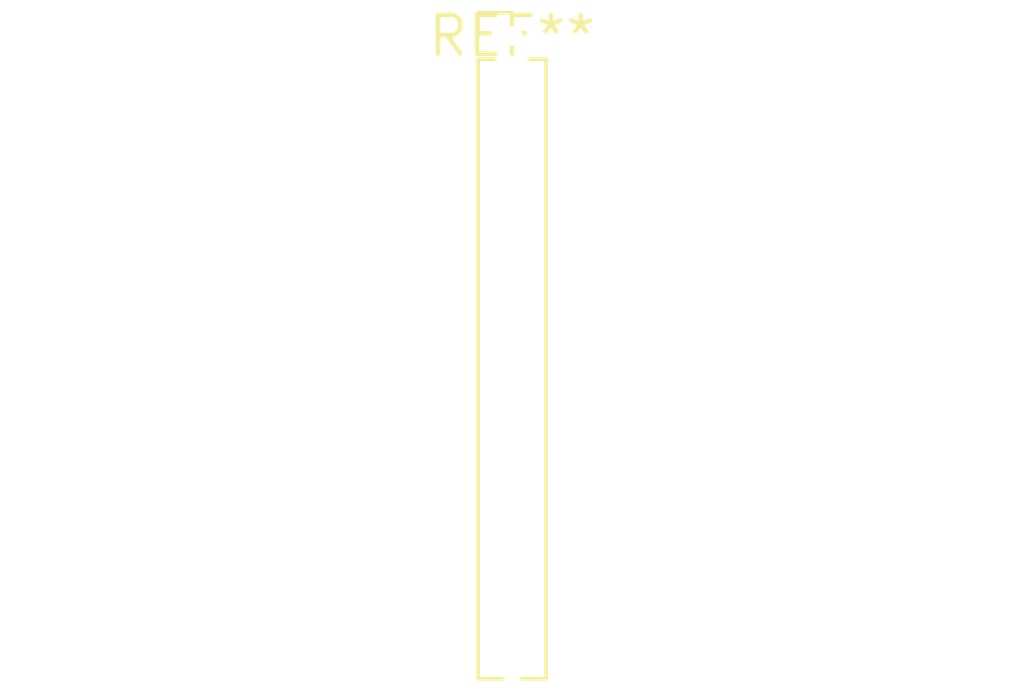
<source format=kicad_pcb>
(kicad_pcb (version 20240108) (generator pcbnew)
  (layers (0 "F.Cu" signal) (31 "B.Cu" signal) (34 "B.Paste" user) (35 "F.Paste" user) (36 "B.SilkS" user "B.Silkscreen") (37 "F.SilkS" user "F.Silkscreen") (38 "B.Mask" user) (39 "F.Mask" user) (44 "Edge.Cuts" user))
  (net 0 "")
  (footprint "PinHeader_1x17_P1.27mm_Vertical" (layer "F.Cu") (at 0 0)
    (property "Reference" "REF**")
    (property "Value" "PinHeader_1x17_P1.27mm_Vertical")
    (fp_line (start -1.11 -0.76) (end 0 -0.76) (layer "F.SilkS") (stroke (width 0.12)))
    (fp_line (start -1.11 0) (end -1.11 -0.76) (layer "F.SilkS") (stroke (width 0.12)))
    (fp_line (start -1.11 0.76) (end -1.11 21.015) (layer "F.SilkS") (stroke (width 0.12)))
    (fp_line (start -1.11 0.76) (end -0.563471 0.76) (layer "F.SilkS") (stroke (width 0.12)))
    (fp_line (start -1.11 21.015) (end -0.30753 21.015) (layer "F.SilkS") (stroke (width 0.12)))
    (fp_line (start 0.30753 21.015) (end 1.11 21.015) (layer "F.SilkS") (stroke (width 0.12)))
    (fp_line (start 0.563471 0.76) (end 1.11 0.76) (layer "F.SilkS") (stroke (width 0.12)))
    (fp_line (start 1.11 0.76) (end 1.11 21.015) (layer "F.SilkS") (stroke (width 0.12)))
    (pad "1" thru_hole rect (at 0 0) (size 1 1) (drill 0.65) (layers *.Cu *.Mask) (remove_unused_layers))
    (pad "2" thru_hole oval (at 0 1.27) (size 1 1) (drill 0.65) (layers *.Cu *.Mask) (remove_unused_layers))
    (pad "3" thru_hole oval (at 0 2.54) (size 1 1) (drill 0.65) (layers *.Cu *.Mask) (remove_unused_layers))
    (pad "4" thru_hole oval (at 0 3.81) (size 1 1) (drill 0.65) (layers *.Cu *.Mask) (remove_unused_layers))
    (pad "5" thru_hole oval (at 0 5.08) (size 1 1) (drill 0.65) (layers *.Cu *.Mask) (remove_unused_layers))
    (pad "6" thru_hole oval (at 0 6.35) (size 1 1) (drill 0.65) (layers *.Cu *.Mask) (remove_unused_layers))
    (pad "7" thru_hole oval (at 0 7.62) (size 1 1) (drill 0.65) (layers *.Cu *.Mask) (remove_unused_layers))
    (pad "8" thru_hole oval (at 0 8.89) (size 1 1) (drill 0.65) (layers *.Cu *.Mask) (remove_unused_layers))
    (pad "9" thru_hole oval (at 0 10.16) (size 1 1) (drill 0.65) (layers *.Cu *.Mask) (remove_unused_layers))
    (pad "10" thru_hole oval (at 0 11.43) (size 1 1) (drill 0.65) (layers *.Cu *.Mask) (remove_unused_layers))
    (pad "11" thru_hole oval (at 0 12.7) (size 1 1) (drill 0.65) (layers *.Cu *.Mask) (remove_unused_layers))
    (pad "12" thru_hole oval (at 0 13.97) (size 1 1) (drill 0.65) (layers *.Cu *.Mask) (remove_unused_layers))
    (pad "13" thru_hole oval (at 0 15.24) (size 1 1) (drill 0.65) (layers *.Cu *.Mask) (remove_unused_layers))
    (pad "14" thru_hole oval (at 0 16.51) (size 1 1) (drill 0.65) (layers *.Cu *.Mask) (remove_unused_layers))
    (pad "15" thru_hole oval (at 0 17.78) (size 1 1) (drill 0.65) (layers *.Cu *.Mask) (remove_unused_layers))
    (pad "16" thru_hole oval (at 0 19.05) (size 1 1) (drill 0.65) (layers *.Cu *.Mask) (remove_unused_layers))
    (pad "17" thru_hole oval (at 0 20.32) (size 1 1) (drill 0.65) (layers *.Cu *.Mask) (remove_unused_layers))
  )
)
</source>
